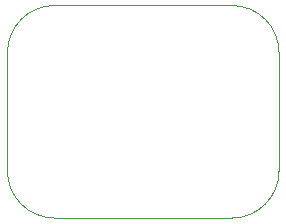
<source format=gbr>
%FSLAX34Y34*%
G04 Gerber Fmt 3.4, Leading zero omitted, Abs format*
G04 (created by PCBNEW (2014-03-19 BZR 4756)-product) date Sun 25 May 2014 21:01:17 BST*
%MOIN*%
G01*
G70*
G90*
G04 APERTURE LIST*
%ADD10C,0.005906*%
%ADD11C,0.003937*%
G04 APERTURE END LIST*
G54D10*
G54D11*
X53149Y-39763D02*
X59055Y-39763D01*
X60629Y-45275D02*
X60629Y-41338D01*
X53149Y-46850D02*
X59055Y-46850D01*
X51574Y-41338D02*
X51574Y-45275D01*
X53149Y-39763D02*
G75*
G03X51574Y-41338I0J-1574D01*
G74*
G01*
X60629Y-41338D02*
G75*
G03X59055Y-39763I-1574J0D01*
G74*
G01*
X59055Y-46850D02*
G75*
G03X60629Y-45275I0J1574D01*
G74*
G01*
X51574Y-45275D02*
G75*
G03X53149Y-46850I1574J0D01*
G74*
G01*
M02*

</source>
